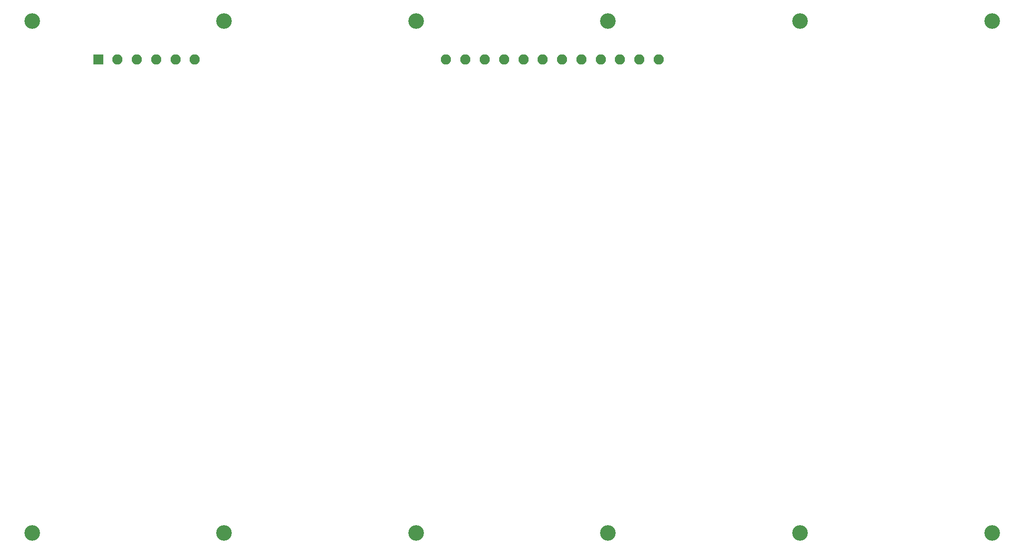
<source format=gbs>
G04 #@! TF.GenerationSoftware,KiCad,Pcbnew,(6.0.6)*
G04 #@! TF.CreationDate,2022-08-19T10:49:20-05:00*
G04 #@! TF.ProjectId,gndplate,676e6470-6c61-4746-952e-6b696361645f,rev?*
G04 #@! TF.SameCoordinates,Original*
G04 #@! TF.FileFunction,Soldermask,Bot*
G04 #@! TF.FilePolarity,Negative*
%FSLAX46Y46*%
G04 Gerber Fmt 4.6, Leading zero omitted, Abs format (unit mm)*
G04 Created by KiCad (PCBNEW (6.0.6)) date 2022-08-19 10:49:20*
%MOMM*%
%LPD*%
G01*
G04 APERTURE LIST*
%ADD10C,3.200000*%
%ADD11R,2.100000X2.100000*%
%ADD12O,2.100000X2.100000*%
G04 APERTURE END LIST*
D10*
X26500000Y-135000000D03*
X65830000Y-135000000D03*
X65830000Y-30000000D03*
X223150000Y-30000000D03*
X26500000Y-30000000D03*
X183820000Y-30000000D03*
X105160000Y-135000000D03*
X105160000Y-30000000D03*
X144490000Y-30000000D03*
X183820000Y-135000000D03*
X144490000Y-135000000D03*
X223150000Y-135000000D03*
D11*
X40020000Y-37890000D03*
D12*
X43980000Y-37890000D03*
X47940000Y-37890000D03*
X51900000Y-37890000D03*
X55860000Y-37890000D03*
X59820000Y-37890000D03*
X111300000Y-37890000D03*
X115260000Y-37890000D03*
X119220000Y-37890000D03*
X123180000Y-37890000D03*
X127140000Y-37890000D03*
X131100000Y-37890000D03*
X135060000Y-37890000D03*
X139020000Y-37890000D03*
X142980000Y-37890000D03*
X146940000Y-37890000D03*
X150900000Y-37890000D03*
X154860000Y-37890000D03*
M02*

</source>
